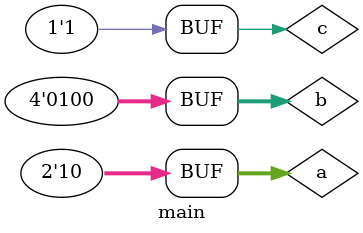
<source format=v>

module main;
  wire [3:0] b;
  reg [1:0] a;
  reg c;

  assign b = c<<a;

  initial begin
    #1 ;
    c = 1'b1;
    a = 2'd2;
    #1;
    if (b===4'b0100)
      $display("PASSED");
    else
      $display("FAILED");
  end
endmodule

</source>
